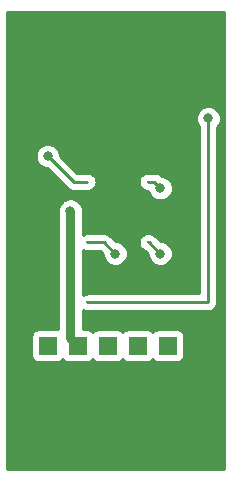
<source format=gbr>
G04 #@! TF.GenerationSoftware,KiCad,Pcbnew,6.0.0-rc1-unknown-f68581d~66~ubuntu16.04.1*
G04 #@! TF.CreationDate,2018-09-30T17:07:12+02:00*
G04 #@! TF.ProjectId,SIPM01A,5349504D3031412E6B696361645F7063,rev?*
G04 #@! TF.SameCoordinates,Original*
G04 #@! TF.FileFunction,Copper,L1,Top,Signal*
G04 #@! TF.FilePolarity,Positive*
%FSLAX46Y46*%
G04 Gerber Fmt 4.6, Leading zero omitted, Abs format (unit mm)*
G04 Created by KiCad (PCBNEW 6.0.0-rc1-unknown-f68581d~66~ubuntu16.04.1) date Sun Sep 30 17:07:12 2018*
%MOMM*%
%LPD*%
G01*
G04 APERTURE LIST*
G04 #@! TA.AperFunction,ComponentPad*
%ADD10C,6.000000*%
G04 #@! TD*
G04 #@! TA.AperFunction,BGAPad,CuDef*
%ADD11C,0.230000*%
G04 #@! TD*
G04 #@! TA.AperFunction,ComponentPad*
%ADD12R,1.524000X1.524000*%
G04 #@! TD*
G04 #@! TA.AperFunction,ViaPad*
%ADD13C,0.800000*%
G04 #@! TD*
G04 #@! TA.AperFunction,Conductor*
%ADD14C,0.250000*%
G04 #@! TD*
G04 #@! TA.AperFunction,Conductor*
%ADD15C,0.800000*%
G04 #@! TD*
G04 #@! TA.AperFunction,Conductor*
%ADD16C,0.254000*%
G04 #@! TD*
G04 APERTURE END LIST*
D10*
G04 #@! TO.P,M1,1*
G04 #@! TO.N,GND*
X15240000Y35560000D03*
G04 #@! TD*
G04 #@! TO.P,M2,1*
G04 #@! TO.N,GND*
X5080000Y5080000D03*
G04 #@! TD*
G04 #@! TO.P,M3,1*
G04 #@! TO.N,GND*
X5080000Y35560000D03*
G04 #@! TD*
G04 #@! TO.P,M4,1*
G04 #@! TO.N,GND*
X15240000Y5080000D03*
G04 #@! TD*
D11*
G04 #@! TO.P,U1,A3*
G04 #@! TO.N,/K*
X18003200Y25293000D03*
G04 #@! TO.P,U1,B3*
X18003200Y20193000D03*
G04 #@! TO.P,U1,C3*
X18003200Y15093000D03*
G04 #@! TO.P,U1,C2*
X12903200Y15093000D03*
G04 #@! TO.P,U1,C1*
X7803200Y15093000D03*
G04 #@! TO.P,U1,B1*
G04 #@! TO.N,/U3*
X7803200Y20193000D03*
G04 #@! TO.P,U1,B2*
G04 #@! TO.N,/U4*
X12903200Y20193000D03*
G04 #@! TO.P,U1,A2*
G04 #@! TO.N,/U2*
X12903200Y25293000D03*
G04 #@! TO.P,U1,A1*
G04 #@! TO.N,/U1*
X7803200Y25293000D03*
G04 #@! TD*
D12*
G04 #@! TO.P,J1,1*
G04 #@! TO.N,/U1in*
X4445000Y11430000D03*
G04 #@! TD*
G04 #@! TO.P,J2,1*
G04 #@! TO.N,/U2in*
X6985000Y11430000D03*
G04 #@! TD*
G04 #@! TO.P,J3,1*
G04 #@! TO.N,/U3in*
X9525000Y11430000D03*
G04 #@! TD*
G04 #@! TO.P,J4,1*
G04 #@! TO.N,/U4in*
X12065000Y11430000D03*
G04 #@! TD*
G04 #@! TO.P,J7,1*
G04 #@! TO.N,/+*
X14605000Y11430000D03*
G04 #@! TD*
D13*
G04 #@! TO.N,/U1*
X4445000Y27487500D03*
G04 #@! TO.N,/U2*
X13970000Y24765000D03*
G04 #@! TO.N,/U3*
X10160000Y19232500D03*
G04 #@! TO.N,/U4*
X13970000Y19232500D03*
G04 #@! TO.N,GND*
X15875000Y26035000D03*
G04 #@! TO.N,/U2in*
X6350000Y22860000D03*
G04 #@! TO.N,/K*
X18034000Y30670500D03*
G04 #@! TD*
D14*
G04 #@! TO.N,/U1*
X6639500Y25293000D02*
X4445000Y27487500D01*
X7803200Y25293000D02*
X6639500Y25293000D01*
G04 #@! TO.N,/U2*
X12903200Y25293000D02*
X13442000Y25293000D01*
X13442000Y25293000D02*
X13970000Y24765000D01*
G04 #@! TO.N,/U3*
X9199500Y20193000D02*
X10160000Y19232500D01*
X7803200Y20193000D02*
X9199500Y20193000D01*
G04 #@! TO.N,/U4*
X13009500Y20193000D02*
X13970000Y19232500D01*
X12903200Y20193000D02*
X13009500Y20193000D01*
D15*
G04 #@! TO.N,/U2in*
X6350000Y22860000D02*
X6350000Y12065000D01*
X6350000Y12065000D02*
X6985000Y11430000D01*
D14*
G04 #@! TO.N,/K*
X18003200Y30639700D02*
X18034000Y30670500D01*
X18003200Y25293000D02*
X18003200Y30639700D01*
X18003200Y20096800D02*
X18003200Y25293000D01*
X18003200Y15093000D02*
X18003200Y20096800D01*
X12903200Y15093000D02*
X18003200Y15093000D01*
X7803200Y15093000D02*
X12903200Y15093000D01*
G04 #@! TD*
D16*
G04 #@! TO.N,GND*
G36*
X19331000Y989000D02*
X989000Y989000D01*
X989000Y12192000D01*
X3035560Y12192000D01*
X3035560Y10668000D01*
X3084843Y10420235D01*
X3225191Y10210191D01*
X3435235Y10069843D01*
X3683000Y10020560D01*
X5207000Y10020560D01*
X5454765Y10069843D01*
X5664809Y10210191D01*
X5715000Y10285307D01*
X5765191Y10210191D01*
X5975235Y10069843D01*
X6223000Y10020560D01*
X7747000Y10020560D01*
X7994765Y10069843D01*
X8204809Y10210191D01*
X8255000Y10285307D01*
X8305191Y10210191D01*
X8515235Y10069843D01*
X8763000Y10020560D01*
X10287000Y10020560D01*
X10534765Y10069843D01*
X10744809Y10210191D01*
X10795000Y10285307D01*
X10845191Y10210191D01*
X11055235Y10069843D01*
X11303000Y10020560D01*
X12827000Y10020560D01*
X13074765Y10069843D01*
X13284809Y10210191D01*
X13335000Y10285307D01*
X13385191Y10210191D01*
X13595235Y10069843D01*
X13843000Y10020560D01*
X15367000Y10020560D01*
X15614765Y10069843D01*
X15824809Y10210191D01*
X15965157Y10420235D01*
X16014440Y10668000D01*
X16014440Y12192000D01*
X15965157Y12439765D01*
X15824809Y12649809D01*
X15614765Y12790157D01*
X15367000Y12839440D01*
X13843000Y12839440D01*
X13595235Y12790157D01*
X13385191Y12649809D01*
X13335000Y12574693D01*
X13284809Y12649809D01*
X13074765Y12790157D01*
X12827000Y12839440D01*
X11303000Y12839440D01*
X11055235Y12790157D01*
X10845191Y12649809D01*
X10795000Y12574693D01*
X10744809Y12649809D01*
X10534765Y12790157D01*
X10287000Y12839440D01*
X8763000Y12839440D01*
X8515235Y12790157D01*
X8305191Y12649809D01*
X8255000Y12574693D01*
X8204809Y12649809D01*
X7994765Y12790157D01*
X7747000Y12839440D01*
X7385000Y12839440D01*
X7385000Y14454430D01*
X7400587Y14447974D01*
X7506663Y14377096D01*
X7631789Y14352207D01*
X7654016Y14343000D01*
X7678075Y14343000D01*
X7728348Y14333000D01*
X17928348Y14333000D01*
X18003200Y14318111D01*
X18078052Y14333000D01*
X18128325Y14343000D01*
X18152384Y14343000D01*
X18174611Y14352207D01*
X18299737Y14377096D01*
X18405813Y14447974D01*
X18428041Y14457181D01*
X18445054Y14474194D01*
X18551129Y14545071D01*
X18622006Y14651146D01*
X18639019Y14668159D01*
X18648226Y14690387D01*
X18719104Y14796463D01*
X18743993Y14921589D01*
X18753200Y14943816D01*
X18753200Y14967875D01*
X18778089Y15093000D01*
X18763200Y15167852D01*
X18763200Y29935989D01*
X18911431Y30084220D01*
X19069000Y30464626D01*
X19069000Y30876374D01*
X18911431Y31256780D01*
X18620280Y31547931D01*
X18239874Y31705500D01*
X17828126Y31705500D01*
X17447720Y31547931D01*
X17156569Y31256780D01*
X16999000Y30876374D01*
X16999000Y30464626D01*
X17156569Y30084220D01*
X17243201Y29997588D01*
X17243200Y25218149D01*
X17243201Y25218144D01*
X17243200Y20021949D01*
X17243201Y20021944D01*
X17243200Y15853000D01*
X7728348Y15853000D01*
X7678075Y15843000D01*
X7654016Y15843000D01*
X7631789Y15833793D01*
X7506663Y15808904D01*
X7400587Y15738026D01*
X7385000Y15731570D01*
X7385000Y19554430D01*
X7400587Y19547974D01*
X7506663Y19477096D01*
X7631789Y19452207D01*
X7654016Y19443000D01*
X7678075Y19443000D01*
X7728348Y19433000D01*
X8884699Y19433000D01*
X9125000Y19192699D01*
X9125000Y19026626D01*
X9282569Y18646220D01*
X9573720Y18355069D01*
X9954126Y18197500D01*
X10365874Y18197500D01*
X10746280Y18355069D01*
X11037431Y18646220D01*
X11195000Y19026626D01*
X11195000Y19438374D01*
X11037431Y19818780D01*
X10746280Y20109931D01*
X10545734Y20193000D01*
X12128311Y20193000D01*
X12153200Y20067875D01*
X12153200Y20043816D01*
X12162407Y20021589D01*
X12187296Y19896463D01*
X12258174Y19790387D01*
X12267381Y19768159D01*
X12284394Y19751146D01*
X12355271Y19645071D01*
X12461346Y19574194D01*
X12478359Y19557181D01*
X12500587Y19547974D01*
X12606663Y19477096D01*
X12661513Y19466186D01*
X12935000Y19192699D01*
X12935000Y19026626D01*
X13092569Y18646220D01*
X13383720Y18355069D01*
X13764126Y18197500D01*
X14175874Y18197500D01*
X14556280Y18355069D01*
X14847431Y18646220D01*
X15005000Y19026626D01*
X15005000Y19438374D01*
X14847431Y19818780D01*
X14556280Y20109931D01*
X14175874Y20267500D01*
X14009801Y20267500D01*
X13599831Y20677470D01*
X13557429Y20740929D01*
X13306037Y20908904D01*
X13084352Y20953000D01*
X13084347Y20953000D01*
X13009500Y20967888D01*
X12934653Y20953000D01*
X12828348Y20953000D01*
X12778075Y20943000D01*
X12754016Y20943000D01*
X12731789Y20933793D01*
X12606663Y20908904D01*
X12500587Y20838026D01*
X12478359Y20828819D01*
X12461346Y20811806D01*
X12355271Y20740929D01*
X12284394Y20634854D01*
X12267381Y20617841D01*
X12258174Y20595613D01*
X12187296Y20489537D01*
X12162407Y20364411D01*
X12153200Y20342184D01*
X12153200Y20318125D01*
X12128311Y20193000D01*
X10545734Y20193000D01*
X10365874Y20267500D01*
X10199801Y20267500D01*
X9789831Y20677470D01*
X9747429Y20740929D01*
X9496037Y20908904D01*
X9274352Y20953000D01*
X9274347Y20953000D01*
X9199500Y20967888D01*
X9124653Y20953000D01*
X7728348Y20953000D01*
X7678075Y20943000D01*
X7654016Y20943000D01*
X7631789Y20933793D01*
X7506663Y20908904D01*
X7400587Y20838026D01*
X7385000Y20831570D01*
X7385000Y23065874D01*
X7345224Y23161901D01*
X7324948Y23263837D01*
X7267207Y23350253D01*
X7227431Y23446280D01*
X7153935Y23519776D01*
X7096193Y23606193D01*
X7009777Y23663934D01*
X6936280Y23737431D01*
X6840251Y23777207D01*
X6753836Y23834948D01*
X6651902Y23855224D01*
X6555874Y23895000D01*
X6451934Y23895000D01*
X6350000Y23915276D01*
X6248065Y23895000D01*
X6144126Y23895000D01*
X6048098Y23855224D01*
X5946163Y23834948D01*
X5859747Y23777207D01*
X5763720Y23737431D01*
X5690224Y23663935D01*
X5603807Y23606193D01*
X5546066Y23519777D01*
X5472569Y23446280D01*
X5432793Y23350251D01*
X5375052Y23263836D01*
X5354776Y23161902D01*
X5315000Y23065874D01*
X5315000Y22961934D01*
X5315001Y12817958D01*
X5207000Y12839440D01*
X3683000Y12839440D01*
X3435235Y12790157D01*
X3225191Y12649809D01*
X3084843Y12439765D01*
X3035560Y12192000D01*
X989000Y12192000D01*
X989000Y27693374D01*
X3410000Y27693374D01*
X3410000Y27281626D01*
X3567569Y26901220D01*
X3858720Y26610069D01*
X4239126Y26452500D01*
X4405199Y26452500D01*
X6049170Y24808528D01*
X6091571Y24745071D01*
X6155027Y24702671D01*
X6342962Y24577096D01*
X6391105Y24567520D01*
X6564648Y24533000D01*
X6564652Y24533000D01*
X6639500Y24518112D01*
X6714348Y24533000D01*
X7878052Y24533000D01*
X7928325Y24543000D01*
X7952384Y24543000D01*
X7974611Y24552207D01*
X8099737Y24577096D01*
X8205813Y24647974D01*
X8228041Y24657181D01*
X8245054Y24674194D01*
X8351129Y24745071D01*
X8422006Y24851146D01*
X8439019Y24868159D01*
X8448226Y24890387D01*
X8519104Y24996463D01*
X8543993Y25121589D01*
X8553200Y25143816D01*
X8553200Y25167875D01*
X8578089Y25293000D01*
X12128311Y25293000D01*
X12153200Y25167875D01*
X12153200Y25143816D01*
X12162407Y25121589D01*
X12187296Y24996463D01*
X12258174Y24890387D01*
X12267381Y24868159D01*
X12284394Y24851146D01*
X12355271Y24745071D01*
X12461346Y24674194D01*
X12478359Y24657181D01*
X12500587Y24647974D01*
X12606663Y24577096D01*
X12731789Y24552207D01*
X12754016Y24543000D01*
X12778075Y24543000D01*
X12828348Y24533000D01*
X12945822Y24533000D01*
X13092569Y24178720D01*
X13383720Y23887569D01*
X13764126Y23730000D01*
X14175874Y23730000D01*
X14556280Y23887569D01*
X14847431Y24178720D01*
X15005000Y24559126D01*
X15005000Y24970874D01*
X14847431Y25351280D01*
X14556280Y25642431D01*
X14175874Y25800000D01*
X14017277Y25800000D01*
X13989929Y25840929D01*
X13738537Y26008904D01*
X13516852Y26053000D01*
X13516847Y26053000D01*
X13442000Y26067888D01*
X13367153Y26053000D01*
X12828348Y26053000D01*
X12778075Y26043000D01*
X12754016Y26043000D01*
X12731789Y26033793D01*
X12606663Y26008904D01*
X12500587Y25938026D01*
X12478359Y25928819D01*
X12461346Y25911806D01*
X12355271Y25840929D01*
X12284394Y25734854D01*
X12267381Y25717841D01*
X12258174Y25695613D01*
X12187296Y25589537D01*
X12162407Y25464411D01*
X12153200Y25442184D01*
X12153200Y25418125D01*
X12128311Y25293000D01*
X8578089Y25293000D01*
X8553200Y25418125D01*
X8553200Y25442184D01*
X8543993Y25464411D01*
X8519104Y25589537D01*
X8448226Y25695613D01*
X8439019Y25717841D01*
X8422006Y25734854D01*
X8351129Y25840929D01*
X8245054Y25911806D01*
X8228041Y25928819D01*
X8205813Y25938026D01*
X8099737Y26008904D01*
X7974611Y26033793D01*
X7952384Y26043000D01*
X7928325Y26043000D01*
X7878052Y26053000D01*
X6954302Y26053000D01*
X5480000Y27527301D01*
X5480000Y27693374D01*
X5322431Y28073780D01*
X5031280Y28364931D01*
X4650874Y28522500D01*
X4239126Y28522500D01*
X3858720Y28364931D01*
X3567569Y28073780D01*
X3410000Y27693374D01*
X989000Y27693374D01*
X989000Y39651000D01*
X19331001Y39651000D01*
X19331000Y989000D01*
X19331000Y989000D01*
G37*
X19331000Y989000D02*
X989000Y989000D01*
X989000Y12192000D01*
X3035560Y12192000D01*
X3035560Y10668000D01*
X3084843Y10420235D01*
X3225191Y10210191D01*
X3435235Y10069843D01*
X3683000Y10020560D01*
X5207000Y10020560D01*
X5454765Y10069843D01*
X5664809Y10210191D01*
X5715000Y10285307D01*
X5765191Y10210191D01*
X5975235Y10069843D01*
X6223000Y10020560D01*
X7747000Y10020560D01*
X7994765Y10069843D01*
X8204809Y10210191D01*
X8255000Y10285307D01*
X8305191Y10210191D01*
X8515235Y10069843D01*
X8763000Y10020560D01*
X10287000Y10020560D01*
X10534765Y10069843D01*
X10744809Y10210191D01*
X10795000Y10285307D01*
X10845191Y10210191D01*
X11055235Y10069843D01*
X11303000Y10020560D01*
X12827000Y10020560D01*
X13074765Y10069843D01*
X13284809Y10210191D01*
X13335000Y10285307D01*
X13385191Y10210191D01*
X13595235Y10069843D01*
X13843000Y10020560D01*
X15367000Y10020560D01*
X15614765Y10069843D01*
X15824809Y10210191D01*
X15965157Y10420235D01*
X16014440Y10668000D01*
X16014440Y12192000D01*
X15965157Y12439765D01*
X15824809Y12649809D01*
X15614765Y12790157D01*
X15367000Y12839440D01*
X13843000Y12839440D01*
X13595235Y12790157D01*
X13385191Y12649809D01*
X13335000Y12574693D01*
X13284809Y12649809D01*
X13074765Y12790157D01*
X12827000Y12839440D01*
X11303000Y12839440D01*
X11055235Y12790157D01*
X10845191Y12649809D01*
X10795000Y12574693D01*
X10744809Y12649809D01*
X10534765Y12790157D01*
X10287000Y12839440D01*
X8763000Y12839440D01*
X8515235Y12790157D01*
X8305191Y12649809D01*
X8255000Y12574693D01*
X8204809Y12649809D01*
X7994765Y12790157D01*
X7747000Y12839440D01*
X7385000Y12839440D01*
X7385000Y14454430D01*
X7400587Y14447974D01*
X7506663Y14377096D01*
X7631789Y14352207D01*
X7654016Y14343000D01*
X7678075Y14343000D01*
X7728348Y14333000D01*
X17928348Y14333000D01*
X18003200Y14318111D01*
X18078052Y14333000D01*
X18128325Y14343000D01*
X18152384Y14343000D01*
X18174611Y14352207D01*
X18299737Y14377096D01*
X18405813Y14447974D01*
X18428041Y14457181D01*
X18445054Y14474194D01*
X18551129Y14545071D01*
X18622006Y14651146D01*
X18639019Y14668159D01*
X18648226Y14690387D01*
X18719104Y14796463D01*
X18743993Y14921589D01*
X18753200Y14943816D01*
X18753200Y14967875D01*
X18778089Y15093000D01*
X18763200Y15167852D01*
X18763200Y29935989D01*
X18911431Y30084220D01*
X19069000Y30464626D01*
X19069000Y30876374D01*
X18911431Y31256780D01*
X18620280Y31547931D01*
X18239874Y31705500D01*
X17828126Y31705500D01*
X17447720Y31547931D01*
X17156569Y31256780D01*
X16999000Y30876374D01*
X16999000Y30464626D01*
X17156569Y30084220D01*
X17243201Y29997588D01*
X17243200Y25218149D01*
X17243201Y25218144D01*
X17243200Y20021949D01*
X17243201Y20021944D01*
X17243200Y15853000D01*
X7728348Y15853000D01*
X7678075Y15843000D01*
X7654016Y15843000D01*
X7631789Y15833793D01*
X7506663Y15808904D01*
X7400587Y15738026D01*
X7385000Y15731570D01*
X7385000Y19554430D01*
X7400587Y19547974D01*
X7506663Y19477096D01*
X7631789Y19452207D01*
X7654016Y19443000D01*
X7678075Y19443000D01*
X7728348Y19433000D01*
X8884699Y19433000D01*
X9125000Y19192699D01*
X9125000Y19026626D01*
X9282569Y18646220D01*
X9573720Y18355069D01*
X9954126Y18197500D01*
X10365874Y18197500D01*
X10746280Y18355069D01*
X11037431Y18646220D01*
X11195000Y19026626D01*
X11195000Y19438374D01*
X11037431Y19818780D01*
X10746280Y20109931D01*
X10545734Y20193000D01*
X12128311Y20193000D01*
X12153200Y20067875D01*
X12153200Y20043816D01*
X12162407Y20021589D01*
X12187296Y19896463D01*
X12258174Y19790387D01*
X12267381Y19768159D01*
X12284394Y19751146D01*
X12355271Y19645071D01*
X12461346Y19574194D01*
X12478359Y19557181D01*
X12500587Y19547974D01*
X12606663Y19477096D01*
X12661513Y19466186D01*
X12935000Y19192699D01*
X12935000Y19026626D01*
X13092569Y18646220D01*
X13383720Y18355069D01*
X13764126Y18197500D01*
X14175874Y18197500D01*
X14556280Y18355069D01*
X14847431Y18646220D01*
X15005000Y19026626D01*
X15005000Y19438374D01*
X14847431Y19818780D01*
X14556280Y20109931D01*
X14175874Y20267500D01*
X14009801Y20267500D01*
X13599831Y20677470D01*
X13557429Y20740929D01*
X13306037Y20908904D01*
X13084352Y20953000D01*
X13084347Y20953000D01*
X13009500Y20967888D01*
X12934653Y20953000D01*
X12828348Y20953000D01*
X12778075Y20943000D01*
X12754016Y20943000D01*
X12731789Y20933793D01*
X12606663Y20908904D01*
X12500587Y20838026D01*
X12478359Y20828819D01*
X12461346Y20811806D01*
X12355271Y20740929D01*
X12284394Y20634854D01*
X12267381Y20617841D01*
X12258174Y20595613D01*
X12187296Y20489537D01*
X12162407Y20364411D01*
X12153200Y20342184D01*
X12153200Y20318125D01*
X12128311Y20193000D01*
X10545734Y20193000D01*
X10365874Y20267500D01*
X10199801Y20267500D01*
X9789831Y20677470D01*
X9747429Y20740929D01*
X9496037Y20908904D01*
X9274352Y20953000D01*
X9274347Y20953000D01*
X9199500Y20967888D01*
X9124653Y20953000D01*
X7728348Y20953000D01*
X7678075Y20943000D01*
X7654016Y20943000D01*
X7631789Y20933793D01*
X7506663Y20908904D01*
X7400587Y20838026D01*
X7385000Y20831570D01*
X7385000Y23065874D01*
X7345224Y23161901D01*
X7324948Y23263837D01*
X7267207Y23350253D01*
X7227431Y23446280D01*
X7153935Y23519776D01*
X7096193Y23606193D01*
X7009777Y23663934D01*
X6936280Y23737431D01*
X6840251Y23777207D01*
X6753836Y23834948D01*
X6651902Y23855224D01*
X6555874Y23895000D01*
X6451934Y23895000D01*
X6350000Y23915276D01*
X6248065Y23895000D01*
X6144126Y23895000D01*
X6048098Y23855224D01*
X5946163Y23834948D01*
X5859747Y23777207D01*
X5763720Y23737431D01*
X5690224Y23663935D01*
X5603807Y23606193D01*
X5546066Y23519777D01*
X5472569Y23446280D01*
X5432793Y23350251D01*
X5375052Y23263836D01*
X5354776Y23161902D01*
X5315000Y23065874D01*
X5315000Y22961934D01*
X5315001Y12817958D01*
X5207000Y12839440D01*
X3683000Y12839440D01*
X3435235Y12790157D01*
X3225191Y12649809D01*
X3084843Y12439765D01*
X3035560Y12192000D01*
X989000Y12192000D01*
X989000Y27693374D01*
X3410000Y27693374D01*
X3410000Y27281626D01*
X3567569Y26901220D01*
X3858720Y26610069D01*
X4239126Y26452500D01*
X4405199Y26452500D01*
X6049170Y24808528D01*
X6091571Y24745071D01*
X6155027Y24702671D01*
X6342962Y24577096D01*
X6391105Y24567520D01*
X6564648Y24533000D01*
X6564652Y24533000D01*
X6639500Y24518112D01*
X6714348Y24533000D01*
X7878052Y24533000D01*
X7928325Y24543000D01*
X7952384Y24543000D01*
X7974611Y24552207D01*
X8099737Y24577096D01*
X8205813Y24647974D01*
X8228041Y24657181D01*
X8245054Y24674194D01*
X8351129Y24745071D01*
X8422006Y24851146D01*
X8439019Y24868159D01*
X8448226Y24890387D01*
X8519104Y24996463D01*
X8543993Y25121589D01*
X8553200Y25143816D01*
X8553200Y25167875D01*
X8578089Y25293000D01*
X12128311Y25293000D01*
X12153200Y25167875D01*
X12153200Y25143816D01*
X12162407Y25121589D01*
X12187296Y24996463D01*
X12258174Y24890387D01*
X12267381Y24868159D01*
X12284394Y24851146D01*
X12355271Y24745071D01*
X12461346Y24674194D01*
X12478359Y24657181D01*
X12500587Y24647974D01*
X12606663Y24577096D01*
X12731789Y24552207D01*
X12754016Y24543000D01*
X12778075Y24543000D01*
X12828348Y24533000D01*
X12945822Y24533000D01*
X13092569Y24178720D01*
X13383720Y23887569D01*
X13764126Y23730000D01*
X14175874Y23730000D01*
X14556280Y23887569D01*
X14847431Y24178720D01*
X15005000Y24559126D01*
X15005000Y24970874D01*
X14847431Y25351280D01*
X14556280Y25642431D01*
X14175874Y25800000D01*
X14017277Y25800000D01*
X13989929Y25840929D01*
X13738537Y26008904D01*
X13516852Y26053000D01*
X13516847Y26053000D01*
X13442000Y26067888D01*
X13367153Y26053000D01*
X12828348Y26053000D01*
X12778075Y26043000D01*
X12754016Y26043000D01*
X12731789Y26033793D01*
X12606663Y26008904D01*
X12500587Y25938026D01*
X12478359Y25928819D01*
X12461346Y25911806D01*
X12355271Y25840929D01*
X12284394Y25734854D01*
X12267381Y25717841D01*
X12258174Y25695613D01*
X12187296Y25589537D01*
X12162407Y25464411D01*
X12153200Y25442184D01*
X12153200Y25418125D01*
X12128311Y25293000D01*
X8578089Y25293000D01*
X8553200Y25418125D01*
X8553200Y25442184D01*
X8543993Y25464411D01*
X8519104Y25589537D01*
X8448226Y25695613D01*
X8439019Y25717841D01*
X8422006Y25734854D01*
X8351129Y25840929D01*
X8245054Y25911806D01*
X8228041Y25928819D01*
X8205813Y25938026D01*
X8099737Y26008904D01*
X7974611Y26033793D01*
X7952384Y26043000D01*
X7928325Y26043000D01*
X7878052Y26053000D01*
X6954302Y26053000D01*
X5480000Y27527301D01*
X5480000Y27693374D01*
X5322431Y28073780D01*
X5031280Y28364931D01*
X4650874Y28522500D01*
X4239126Y28522500D01*
X3858720Y28364931D01*
X3567569Y28073780D01*
X3410000Y27693374D01*
X989000Y27693374D01*
X989000Y39651000D01*
X19331001Y39651000D01*
X19331000Y989000D01*
G04 #@! TD*
M02*

</source>
